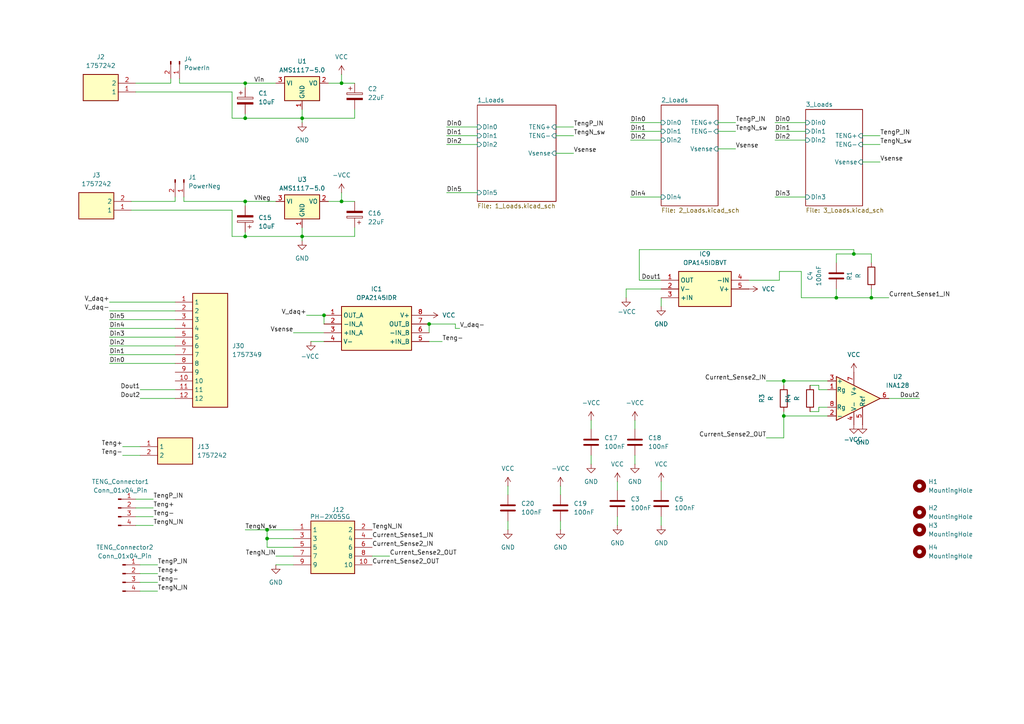
<source format=kicad_sch>
(kicad_sch (version 20231120) (generator "eeschema") (generator_version "8.0")
  (paper "A4")
  (lib_symbols
    (symbol "Amplifier_Instrumentation:INA128" (pin_names (offset 0.127))
      (property "Reference" "U" (at 3.81 3.175 0))
      (property "Value" "INA128" (at 3.81 -3.175 0))
      (symbol "INA128_0_1"
        (polyline (pts (xy 7.62 0) (xy -5.08 6.35) (xy -5.08 -6.35) (xy 7.62 0)) (stroke (width 0.254)) (fill (type background)))
      )
      (symbol "INA128_1_1"
        (pin passive line (at -7.62 2.54 0) (length 2.54) (name "Rg") (number "1"))
        (pin input line (at -7.62 -5.08 0) (length 2.54) (name "-") (number "2"))
        (pin input line (at -7.62 5.08 0) (length 2.54) (name "+") (number "3"))
        (pin power_in line (at 0 -7.62 90) (length 3.81) (name "V-") (number "4"))
        (pin input line (at 2.54 -7.62 90) (length 5.08) (name "Ref") (number "5"))
        (pin output line (at 10.16 0 180) (length 2.54) (name "~") (number "6"))
        (pin power_in line (at 0 7.62 270) (length 3.81) (name "V+") (number "7"))
        (pin passive line (at -7.62 -2.54 0) (length 2.54) (name "Rg") (number "8"))
      )
    )
    (symbol "Connector:Conn_01x02_Pin" (pin_names (offset 1.016) hide)
      (property "Reference" "J" (at 0 2.54 0))
      (property "Value" "Conn_01x02_Pin" (at 0 -5.08 0))
      (symbol "Conn_01x02_Pin_1_1"
        (polyline (pts (xy 1.27 -2.54) (xy 0.8636 -2.54)) (stroke (width 0.1524)))
        (polyline (pts (xy 1.27 0) (xy 0.8636 0)) (stroke (width 0.1524)))
        (rectangle (start 0.8636 -2.413) (end 0 -2.667) (stroke (width 0.1524)) (fill (type outline)))
        (rectangle (start 0.8636 0.127) (end 0 -0.127) (stroke (width 0.1524)) (fill (type outline)))
        (pin passive line (at 5.08 0 180) (length 3.81) (name "Pin_1") (number "1"))
        (pin passive line (at 5.08 -2.54 180) (length 3.81) (name "Pin_2") (number "2"))
      )
    )
    (symbol "Connector:Conn_01x04_Pin" (pin_names (offset 1.016) hide)
      (property "Reference" "J" (at 0 5.08 0))
      (property "Value" "Conn_01x04_Pin" (at 0 -7.62 0))
      (symbol "Conn_01x04_Pin_1_1"
        (polyline (pts (xy 1.27 -5.08) (xy 0.8636 -5.08)) (stroke (width 0.1524)))
        (polyline (pts (xy 1.27 -2.54) (xy 0.8636 -2.54)) (stroke (width 0.1524)))
        (polyline (pts (xy 1.27 0) (xy 0.8636 0)) (stroke (width 0.1524)))
        (polyline (pts (xy 1.27 2.54) (xy 0.8636 2.54)) (stroke (width 0.1524)))
        (rectangle (start 0.8636 -4.953) (end 0 -5.207) (stroke (width 0.1524)) (fill (type outline)))
        (rectangle (start 0.8636 -2.413) (end 0 -2.667) (stroke (width 0.1524)) (fill (type outline)))
        (rectangle (start 0.8636 0.127) (end 0 -0.127) (stroke (width 0.1524)) (fill (type outline)))
        (rectangle (start 0.8636 2.667) (end 0 2.413) (stroke (width 0.1524)) (fill (type outline)))
        (pin passive line (at 5.08 2.54 180) (length 3.81) (name "Pin_1") (number "1"))
        (pin passive line (at 5.08 0 180) (length 3.81) (name "Pin_2") (number "2"))
        (pin passive line (at 5.08 -2.54 180) (length 3.81) (name "Pin_3") (number "3"))
        (pin passive line (at 5.08 -5.08 180) (length 3.81) (name "Pin_4") (number "4"))
      )
    )
    (symbol "Device:C" (pin_numbers hide) (pin_names (offset 0.254))
      (property "Reference" "C" (at 0.635 2.54 0))
      (property "Value" "C" (at 0.635 -2.54 0))
      (symbol "C_0_1"
        (polyline (pts (xy -2.032 -0.762) (xy 2.032 -0.762)) (stroke (width 0.508)))
        (polyline (pts (xy -2.032 0.762) (xy 2.032 0.762)) (stroke (width 0.508)))
      )
      (symbol "C_1_1"
        (pin passive line (at 0 3.81 270) (length 2.794) (name "~") (number "1"))
        (pin passive line (at 0 -3.81 90) (length 2.794) (name "~") (number "2"))
      )
    )
    (symbol "Device:C_Polarized" (pin_numbers hide) (pin_names (offset 0.254))
      (property "Reference" "C" (at 0.635 2.54 0))
      (property "Value" "C_Polarized" (at 0.635 -2.54 0))
      (symbol "C_Polarized_0_1"
        (rectangle (start -2.286 0.508) (end 2.286 1.016))
        (polyline (pts (xy -1.778 2.286) (xy -0.762 2.286)))
        (polyline (pts (xy -1.27 2.794) (xy -1.27 1.778)))
        (rectangle (start 2.286 -0.508) (end -2.286 -1.016) (fill (type outline)))
      )
      (symbol "C_Polarized_1_1"
        (pin passive line (at 0 3.81 270) (length 2.794) (name "~") (number "1"))
        (pin passive line (at 0 -3.81 90) (length 2.794) (name "~") (number "2"))
      )
    )
    (symbol "Device:R" (pin_numbers hide) (pin_names (offset 0))
      (property "Reference" "R" (at 2.032 0 90))
      (property "Value" "R" (at 0 0 90))
      (symbol "R_0_1"
        (rectangle (start -1.016 -2.54) (end 1.016 2.54) (stroke (width 0.254)))
      )
      (symbol "R_1_1"
        (pin passive line (at 0 3.81 270) (length 1.27) (name "~") (number "1"))
        (pin passive line (at 0 -3.81 90) (length 1.27) (name "~") (number "2"))
      )
    )
    (symbol "Mechanical:MountingHole" (pin_names (offset 1.016)) (exclude_from_sim yes) (in_bom no)
      (property "Reference" "H" (at 0 5.08 0))
      (property "Value" "MountingHole" (at 0 3.175 0))
      (symbol "MountingHole_0_1"
        (circle (center 0 0) (radius 1.27) (stroke (width 1.27)))
      )
    )
    (symbol "Regulator_Linear:AMS1117-5.0"
      (property "Reference" "U" (at -3.81 3.175 0))
      (property "Value" "AMS1117-5.0" (at 0 3.175 0))
      (symbol "AMS1117-5.0_0_1"
        (rectangle (start -5.08 -5.08) (end 5.08 1.905) (stroke (width 0.254)) (fill (type background)))
      )
      (symbol "AMS1117-5.0_1_1"
        (pin power_in line (at 0 -7.62 90) (length 2.54) (name "GND") (number "1"))
        (pin power_out line (at 7.62 0 180) (length 2.54) (name "VO") (number "2"))
        (pin power_in line (at -7.62 0 0) (length 2.54) (name "VI") (number "3"))
      )
    )
    (symbol "SamacSys_Parts:1757242"
      (property "Reference" "J" (at 16.51 7.62 0))
      (property "Value" "1757242" (at 16.51 5.08 0))
      (symbol "1757242_1_1"
        (rectangle (start 5.08 2.54) (end 15.24 -5.08) (stroke (width 0.254)) (fill (type background)))
        (pin passive line (at 0 0 0) (length 5.08) (name "1") (number "1"))
        (pin passive line (at 0 -2.54 0) (length 5.08) (name "2") (number "2"))
      )
    )
    (symbol "SamacSys_Parts:1757349"
      (property "Reference" "J" (at 16.51 7.62 0))
      (property "Value" "1757349" (at 16.51 5.08 0))
      (symbol "1757349_1_1"
        (rectangle (start 5.08 2.54) (end 15.24 -30.48) (stroke (width 0.254)) (fill (type background)))
        (pin passive line (at 0 0 0) (length 5.08) (name "1") (number "1"))
        (pin passive line (at 0 -22.86 0) (length 5.08) (name "10") (number "10"))
        (pin passive line (at 0 -25.4 0) (length 5.08) (name "11") (number "11"))
        (pin passive line (at 0 -27.94 0) (length 5.08) (name "12") (number "12"))
        (pin passive line (at 0 -2.54 0) (length 5.08) (name "2") (number "2"))
        (pin passive line (at 0 -5.08 0) (length 5.08) (name "3") (number "3"))
        (pin passive line (at 0 -7.62 0) (length 5.08) (name "4") (number "4"))
        (pin passive line (at 0 -10.16 0) (length 5.08) (name "5") (number "5"))
        (pin passive line (at 0 -12.7 0) (length 5.08) (name "6") (number "6"))
        (pin passive line (at 0 -15.24 0) (length 5.08) (name "7") (number "7"))
        (pin passive line (at 0 -17.78 0) (length 5.08) (name "8") (number "8"))
        (pin passive line (at 0 -20.32 0) (length 5.08) (name "9") (number "9"))
      )
    )
    (symbol "SamacSys_Parts:OPA145IDBVT"
      (property "Reference" "IC" (at 21.59 7.62 0))
      (property "Value" "OPA145IDBVT" (at 21.59 5.08 0))
      (symbol "OPA145IDBVT_1_1"
        (rectangle (start 5.08 2.54) (end 20.32 -7.62) (stroke (width 0.254)) (fill (type background)))
        (pin passive line (at 0 0 0) (length 5.08) (name "OUT") (number "1"))
        (pin passive line (at 0 -2.54 0) (length 5.08) (name "V-") (number "2"))
        (pin passive line (at 0 -5.08 0) (length 5.08) (name "+IN") (number "3"))
        (pin passive line (at 25.4 0 180) (length 5.08) (name "-IN") (number "4"))
        (pin passive line (at 25.4 -2.54 180) (length 5.08) (name "V+") (number "5"))
      )
    )
    (symbol "SamacSys_Parts:OPA2145IDR"
      (property "Reference" "IC" (at 26.67 7.62 0))
      (property "Value" "OPA2145IDR" (at 26.67 5.08 0))
      (symbol "OPA2145IDR_1_1"
        (rectangle (start 5.08 2.54) (end 25.4 -10.16) (stroke (width 0.254)) (fill (type background)))
        (pin passive line (at 0 0 0) (length 5.08) (name "OUT_A") (number "1"))
        (pin passive line (at 0 -2.54 0) (length 5.08) (name "-IN_A") (number "2"))
        (pin passive line (at 0 -5.08 0) (length 5.08) (name "+IN_A") (number "3"))
        (pin passive line (at 0 -7.62 0) (length 5.08) (name "V-") (number "4"))
        (pin passive line (at 30.48 -7.62 180) (length 5.08) (name "+IN_B") (number "5"))
        (pin passive line (at 30.48 -5.08 180) (length 5.08) (name "-IN_B") (number "6"))
        (pin passive line (at 30.48 -2.54 180) (length 5.08) (name "OUT_B") (number "7"))
        (pin passive line (at 30.48 0 180) (length 5.08) (name "V+") (number "8"))
      )
    )
    (symbol "SamacSys_Parts:PH-2X05SG"
      (property "Reference" "J" (at 19.05 7.62 0))
      (property "Value" "PH-2X05SG" (at 19.05 5.08 0))
      (symbol "PH-2X05SG_1_1"
        (rectangle (start 5.08 2.54) (end 17.78 -12.7) (stroke (width 0.254)) (fill (type background)))
        (pin passive line (at 0 0 0) (length 5.08) (name "1") (number "1"))
        (pin passive line (at 22.86 -10.16 180) (length 5.08) (name "10") (number "10"))
        (pin passive line (at 22.86 0 180) (length 5.08) (name "2") (number "2"))
        (pin passive line (at 0 -2.54 0) (length 5.08) (name "3") (number "3"))
        (pin passive line (at 22.86 -2.54 180) (length 5.08) (name "4") (number "4"))
        (pin passive line (at 0 -5.08 0) (length 5.08) (name "5") (number "5"))
        (pin passive line (at 22.86 -5.08 180) (length 5.08) (name "6") (number "6"))
        (pin passive line (at 0 -7.62 0) (length 5.08) (name "7") (number "7"))
        (pin passive line (at 22.86 -7.62 180) (length 5.08) (name "8") (number "8"))
        (pin passive line (at 0 -10.16 0) (length 5.08) (name "9") (number "9"))
      )
    )
    (symbol "power:GND" (power) (pin_numbers hide) (pin_names (offset 0) hide)
      (property "Value" "GND" (at 0 -3.81 0))
      (symbol "GND_0_1"
        (polyline (pts (xy 0 0) (xy 0 -1.27) (xy 1.27 -1.27) (xy 0 -2.54) (xy -1.27 -1.27) (xy 0 -1.27)))
      )
      (symbol "GND_1_1"
        (pin power_in line (at 0 0 270) (length 0) (name "~") (number "1"))
      )
    )
    (symbol "power:VCC" (power) (pin_numbers hide) (pin_names (offset 0) hide)
      (property "Value" "VCC" (at 0 3.556 0))
      (symbol "VCC_0_1"
        (polyline (pts (xy -0.762 1.27) (xy 0 2.54)))
        (polyline (pts (xy 0 0) (xy 0 2.54)))
        (polyline (pts (xy 0 2.54) (xy 0.762 1.27)))
      )
      (symbol "VCC_1_1"
        (pin power_in line (at 0 0 90) (length 0) (name "~") (number "1"))
      )
    )
  )
  (junction (at 227.33 120.65))
  (junction (at 242.57 86.36))
  (junction (at 227.33 110.49))
  (junction (at 247.65 73.66))
  (junction (at 124.46 93.98))
  (junction (at 252.73 86.36))
  (junction (at 71.12 68.58))
  (junction (at 99.06 58.42))
  (junction (at 87.63 68.58))
  (junction (at 71.12 58.42))
  (junction (at 99.06 24.13))
  (junction (at 77.47 153.67))
  (junction (at 71.12 24.13))
  (junction (at 71.12 34.29))
  (junction (at 77.47 156.21))
  (junction (at 87.63 34.29))
  (junction (at 93.98 91.44))
  (wire (pts (xy 71.12 67.31) (xy 71.12 68.58)))
  (wire (pts (xy 53.34 57.15) (xy 53.34 58.42)))
  (wire (pts (xy 67.31 34.29) (xy 71.12 34.29)))
  (wire (pts (xy 35.56 129.54) (xy 40.64 129.54)))
  (wire (pts (xy 71.12 58.42) (xy 71.12 59.69)))
  (wire (pts (xy 242.57 86.36) (xy 232.41 86.36)))
  (wire (pts (xy 87.63 35.56) (xy 87.63 34.29)))
  (wire (pts (xy 35.56 132.08) (xy 40.64 132.08)))
  (wire (pts (xy 257.81 115.57) (xy 266.7 115.57)))
  (wire (pts (xy 222.25 127) (xy 227.33 127)))
  (wire (pts (xy 240.03 110.49) (xy 227.33 110.49)))
  (wire (pts (xy 93.98 91.44) (xy 93.98 93.98)))
  (wire (pts (xy 102.87 58.42) (xy 99.06 58.42)))
  (wire (pts (xy 39.37 24.13) (xy 49.53 24.13)))
  (wire (pts (xy 242.57 73.66) (xy 242.57 76.2)))
  (wire (pts (xy 179.07 139.7) (xy 179.07 142.24)))
  (wire (pts (xy 255.27 41.91) (xy 250.19 41.91)))
  (wire (pts (xy 50.8 115.57) (xy 40.64 115.57)))
  (wire (pts (xy 77.47 156.21) (xy 77.47 158.75)))
  (wire (pts (xy 234.95 119.38) (xy 237.49 119.38)))
  (wire (pts (xy 44.45 149.86) (xy 39.37 149.86)))
  (wire (pts (xy 31.75 90.17) (xy 50.8 90.17)))
  (wire (pts (xy 242.57 86.36) (xy 242.57 83.82)))
  (wire (pts (xy 182.88 57.15) (xy 191.77 57.15)))
  (wire (pts (xy 213.36 43.18) (xy 208.28 43.18)))
  (wire (pts (xy 191.77 86.36) (xy 191.77 88.9)))
  (wire (pts (xy 232.41 86.36) (xy 232.41 78.74)))
  (wire (pts (xy 181.61 83.82) (xy 191.77 83.82)))
  (wire (pts (xy 44.45 147.32) (xy 39.37 147.32)))
  (wire (pts (xy 162.56 153.67) (xy 162.56 151.13)))
  (wire (pts (xy 99.06 58.42) (xy 95.25 58.42)))
  (wire (pts (xy 38.1 58.42) (xy 50.8 58.42)))
  (wire (pts (xy 252.73 86.36) (xy 242.57 86.36)))
  (wire (pts (xy 191.77 152.4) (xy 191.77 149.86)))
  (wire (pts (xy 88.9 91.44) (xy 93.98 91.44)))
  (wire (pts (xy 45.72 171.45) (xy 40.64 171.45)))
  (wire (pts (xy 132.08 95.25) (xy 133.35 95.25)))
  (wire (pts (xy 227.33 120.65) (xy 240.03 120.65)))
  (wire (pts (xy 52.07 24.13) (xy 52.07 22.86)))
  (wire (pts (xy 129.54 36.83) (xy 138.43 36.83)))
  (wire (pts (xy 102.87 66.04) (xy 102.87 68.58)))
  (wire (pts (xy 53.34 58.42) (xy 71.12 58.42)))
  (wire (pts (xy 179.07 152.4) (xy 179.07 149.86)))
  (wire (pts (xy 87.63 69.85) (xy 87.63 68.58)))
  (wire (pts (xy 166.37 39.37) (xy 161.29 39.37)))
  (wire (pts (xy 162.56 140.97) (xy 162.56 143.51)))
  (wire (pts (xy 191.77 139.7) (xy 191.77 142.24)))
  (wire (pts (xy 50.8 92.71) (xy 31.75 92.71)))
  (wire (pts (xy 102.87 31.75) (xy 102.87 34.29)))
  (wire (pts (xy 71.12 34.29) (xy 87.63 34.29)))
  (wire (pts (xy 77.47 153.67) (xy 85.09 153.67)))
  (wire (pts (xy 99.06 58.42) (xy 99.06 55.88)))
  (wire (pts (xy 232.41 78.74) (xy 226.06 78.74)))
  (wire (pts (xy 77.47 153.67) (xy 77.47 156.21)))
  (wire (pts (xy 237.49 113.03) (xy 237.49 111.76)))
  (wire (pts (xy 45.72 168.91) (xy 40.64 168.91)))
  (wire (pts (xy 213.36 38.1) (xy 208.28 38.1)))
  (wire (pts (xy 87.63 34.29) (xy 87.63 31.75)))
  (wire (pts (xy 217.17 81.28) (xy 226.06 81.28)))
  (wire (pts (xy 222.25 110.49) (xy 227.33 110.49)))
  (wire (pts (xy 171.45 121.92) (xy 171.45 124.46)))
  (wire (pts (xy 132.08 93.98) (xy 124.46 93.98)))
  (wire (pts (xy 87.63 34.29) (xy 102.87 34.29)))
  (wire (pts (xy 77.47 156.21) (xy 85.09 156.21)))
  (wire (pts (xy 71.12 58.42) (xy 80.01 58.42)))
  (wire (pts (xy 147.32 153.67) (xy 147.32 151.13)))
  (wire (pts (xy 182.88 35.56) (xy 191.77 35.56)))
  (wire (pts (xy 87.63 68.58) (xy 87.63 66.04)))
  (wire (pts (xy 87.63 68.58) (xy 102.87 68.58)))
  (wire (pts (xy 171.45 134.62) (xy 171.45 132.08)))
  (wire (pts (xy 237.49 118.11) (xy 237.49 119.38)))
  (wire (pts (xy 44.45 152.4) (xy 39.37 152.4)))
  (wire (pts (xy 38.1 60.96) (xy 67.31 60.96)))
  (wire (pts (xy 182.88 40.64) (xy 191.77 40.64)))
  (wire (pts (xy 181.61 83.82) (xy 181.61 86.36)))
  (wire (pts (xy 240.03 113.03) (xy 237.49 113.03)))
  (wire (pts (xy 252.73 73.66) (xy 252.73 76.2)))
  (wire (pts (xy 224.79 35.56) (xy 233.68 35.56)))
  (wire (pts (xy 50.8 113.03) (xy 40.64 113.03)))
  (wire (pts (xy 52.07 24.13) (xy 71.12 24.13)))
  (wire (pts (xy 77.47 153.67) (xy 71.12 153.67)))
  (wire (pts (xy 50.8 105.41) (xy 31.75 105.41)))
  (wire (pts (xy 71.12 24.13) (xy 71.12 25.4)))
  (wire (pts (xy 102.87 24.13) (xy 99.06 24.13)))
  (wire (pts (xy 31.75 87.63) (xy 50.8 87.63)))
  (wire (pts (xy 184.15 121.92) (xy 184.15 124.46)))
  (wire (pts (xy 185.42 81.28) (xy 191.77 81.28)))
  (wire (pts (xy 240.03 118.11) (xy 237.49 118.11)))
  (wire (pts (xy 99.06 24.13) (xy 99.06 21.59)))
  (wire (pts (xy 182.88 38.1) (xy 191.77 38.1)))
  (wire (pts (xy 50.8 102.87) (xy 31.75 102.87)))
  (wire (pts (xy 132.08 95.25) (xy 132.08 93.98)))
  (wire (pts (xy 237.49 111.76) (xy 234.95 111.76)))
  (wire (pts (xy 50.8 58.42) (xy 50.8 57.15)))
  (wire (pts (xy 71.12 68.58) (xy 87.63 68.58)))
  (wire (pts (xy 257.81 86.36) (xy 252.73 86.36)))
  (wire (pts (xy 129.54 39.37) (xy 138.43 39.37)))
  (wire (pts (xy 166.37 44.45) (xy 161.29 44.45)))
  (wire (pts (xy 67.31 26.67) (xy 67.31 34.29)))
  (wire (pts (xy 67.31 68.58) (xy 71.12 68.58)))
  (wire (pts (xy 45.72 163.83) (xy 40.64 163.83)))
  (wire (pts (xy 226.06 81.28) (xy 226.06 78.74)))
  (wire (pts (xy 224.79 57.15) (xy 233.68 57.15)))
  (wire (pts (xy 49.53 24.13) (xy 49.53 22.86)))
  (wire (pts (xy 227.33 127) (xy 227.33 120.65)))
  (wire (pts (xy 50.8 100.33) (xy 31.75 100.33)))
  (wire (pts (xy 252.73 83.82) (xy 252.73 86.36)))
  (wire (pts (xy 227.33 119.38) (xy 227.33 120.65)))
  (wire (pts (xy 93.98 96.52) (xy 85.09 96.52)))
  (wire (pts (xy 77.47 158.75) (xy 85.09 158.75)))
  (wire (pts (xy 124.46 99.06) (xy 128.27 99.06)))
  (wire (pts (xy 39.37 26.67) (xy 67.31 26.67)))
  (wire (pts (xy 80.01 161.29) (xy 85.09 161.29)))
  (wire (pts (xy 224.79 40.64) (xy 233.68 40.64)))
  (wire (pts (xy 184.15 134.62) (xy 184.15 132.08)))
  (wire (pts (xy 50.8 95.25) (xy 31.75 95.25)))
  (wire (pts (xy 166.37 36.83) (xy 161.29 36.83)))
  (wire (pts (xy 147.32 140.97) (xy 147.32 143.51)))
  (wire (pts (xy 255.27 46.99) (xy 250.19 46.99)))
  (wire (pts (xy 45.72 166.37) (xy 40.64 166.37)))
  (wire (pts (xy 50.8 97.79) (xy 31.75 97.79)))
  (wire (pts (xy 247.65 73.66) (xy 242.57 73.66)))
  (wire (pts (xy 185.42 72.39) (xy 247.65 72.39)))
  (wire (pts (xy 71.12 33.02) (xy 71.12 34.29)))
  (wire (pts (xy 247.65 73.66) (xy 247.65 72.39)))
  (wire (pts (xy 71.12 24.13) (xy 80.01 24.13)))
  (wire (pts (xy 185.42 72.39) (xy 185.42 81.28)))
  (wire (pts (xy 213.36 35.56) (xy 208.28 35.56)))
  (wire (pts (xy 227.33 110.49) (xy 227.33 111.76)))
  (wire (pts (xy 44.45 144.78) (xy 39.37 144.78)))
  (wire (pts (xy 129.54 55.88) (xy 138.43 55.88)))
  (wire (pts (xy 252.73 73.66) (xy 247.65 73.66)))
  (wire (pts (xy 99.06 24.13) (xy 95.25 24.13)))
  (wire (pts (xy 224.79 38.1) (xy 233.68 38.1)))
  (wire (pts (xy 255.27 39.37) (xy 250.19 39.37)))
  (wire (pts (xy 67.31 60.96) (xy 67.31 68.58)))
  (wire (pts (xy 90.17 99.06) (xy 93.98 99.06)))
  (wire (pts (xy 80.01 163.83) (xy 85.09 163.83)))
  (wire (pts (xy 113.03 161.29) (xy 107.95 161.29)))
  (wire (pts (xy 124.46 93.98) (xy 124.46 96.52)))
  (wire (pts (xy 129.54 41.91) (xy 138.43 41.91)))
  (label "Vin" (at 73.66 24.13 0))
  (label "Din4" (at 182.88 57.15 0))
  (label "TengP_IN" (at 45.72 163.83 0))
  (label "Din5" (at 31.75 92.71 0))
  (label "Dout1" (at 191.77 81.28 180))
  (label "Din1" (at 224.79 38.1 0))
  (label "Din3" (at 31.75 97.79 0))
  (label "TengP_IN" (at 213.36 35.56 0))
  (label "Teng+" (at 44.45 147.32 0))
  (label "Dout2" (at 40.64 115.57 180))
  (label "TengN_IN" (at 44.45 152.4 0))
  (label "V_daq-" (at 133.35 95.25 0))
  (label "Current_Sense2_OUT" (at 107.95 163.83 0))
  (label "Din0" (at 182.88 35.56 0))
  (label "Teng-" (at 35.56 132.08 180))
  (label "Din0" (at 31.75 105.41 0))
  (label "VNeg" (at 73.66 58.42 0))
  (label "Din2" (at 31.75 100.33 0))
  (label "TengP_IN" (at 44.45 144.78 0))
  (label "Din1" (at 129.54 39.37 0))
  (label "Din2" (at 129.54 41.91 0))
  (label "Din0" (at 224.79 35.56 0))
  (label "Current_Sense2_OUT" (at 113.03 161.29 0))
  (label "Teng-" (at 45.72 168.91 0))
  (label "TengN_IN" (at 107.95 153.67 0))
  (label "V_daq+" (at 88.9 91.44 180))
  (label "Teng+" (at 35.56 129.54 180))
  (label "Current_Sense1_IN" (at 257.81 86.36 0))
  (label "Din0" (at 129.54 36.83 0))
  (label "V_daq-" (at 31.75 90.17 180))
  (label "TengP_IN" (at 255.27 39.37 0))
  (label "Dout1" (at 40.64 113.03 180))
  (label "TengN_IN" (at 45.72 171.45 0))
  (label "Teng-" (at 44.45 149.86 0))
  (label "Current_Sense2_OUT" (at 222.25 127 180))
  (label "TengN_sw" (at 166.37 39.37 0))
  (label "Vsense" (at 255.27 46.99 0))
  (label "Dout2" (at 266.7 115.57 180))
  (label "Teng+" (at 45.72 166.37 0))
  (label "TengN_sw" (at 71.12 153.67 0))
  (label "Din3" (at 224.79 57.15 0))
  (label "Vsense" (at 213.36 43.18 0))
  (label "Vsense" (at 85.09 96.52 180))
  (label "Current_Sense1_IN" (at 107.95 156.21 0))
  (label "Din1" (at 182.88 38.1 0))
  (label "TengN_sw" (at 213.36 38.1 0))
  (label "Din4" (at 31.75 95.25 0))
  (label "TengN_IN" (at 80.01 161.29 180))
  (label "TengP_IN" (at 166.37 36.83 0))
  (label "Vsense" (at 166.37 44.45 0))
  (label "Teng-" (at 128.27 99.06 0))
  (label "Current_Sense2_IN" (at 107.95 158.75 0))
  (label "Din1" (at 31.75 102.87 0))
  (label "Din5" (at 129.54 55.88 0))
  (label "Current_Sense2_IN" (at 222.25 110.49 180))
  (label "V_daq+" (at 31.75 87.63 180))
  (label "Din2" (at 224.79 40.64 0))
  (label "TengN_sw" (at 255.27 41.91 0))
  (label "Din2" (at 182.88 40.64 0))
  (symbol (lib_id "SamacSys_Parts:PH-2X05SG") (at 85.09 153.67 0) (unit 1)
    (property "Reference" "J12" (at 98.044 147.828 0))
    (property "Value" "PH-2X05SG" (at 95.758 149.86 0))
    (property "Footprint" "SamacSys_Parts:HDRV10W66P254_2X5_1270X500X895P" (effects (hide yes)))
    (property "Datasheet" "https://akizukidenshi.com/download/ds/useconn/PH-2xXXSG-AD.pdf" (effects (hide yes)))
    (property "Description" "2.54x2.54mm pin header strip, straight, dual row" (effects (hide yes)))
    (property "Height" "8.95" (effects (hide yes)))
    (property "Manufacturer_Name" "Useconn Electronics" (effects (hide yes)))
    (property "Manufacturer_Part_Number" "PH-2X05SG" (effects (hide yes)))
  )
  (symbol (lib_id "SamacSys_Parts:1757349") (at 50.8 87.63 0) (unit 1)
    (property "Reference" "J30" (at 67.31 100.3299 0) (effects (justify left)))
    (property "Value" "1757349" (at 67.31 102.8699 0) (effects (justify left)))
    (property "Footprint" "SamacSys_Parts:SHDRRA12W103P0X508_1X12_6296X1200X875P" (effects (hide yes)))
    (property "Datasheet" "http://www.phoenixcontact.net/product/1757349" (effects (hide yes)))
    (property "Description" "12 way horizontal closed header,5.08mm Phoenix Contact MSTBA Series, 5.08mm Pitch 12 Way 1 Row Right Angle PCB Header, Solder Termination, 12A" (effects (hide yes)))
    (property "Height" "8.75" (effects (hide yes)))
    (property "Manufacturer_Name" "Phoenix Contact" (effects (hide yes)))
    (property "Manufacturer_Part_Number" "1757349" (effects (hide yes)))
    (property "Mouser Part Number" "651-1757349" (effects (hide yes)))
    (property "Mouser Price/Stock" "https://www.mouser.co.uk/ProductDetail/Phoenix-Contact/1757349?qs=o3rrLWFGhRkVtW5tRfjuig%3D%3D" (effects (hide yes)))
    (property "Arrow Part Number" "1757349" (effects (hide yes)))
    (property "Arrow Price/Stock" "https://www.arrow.com/en/products/1757349/phoenix-contact?region=nac" (effects (hide yes)))
  )
  (symbol (lib_id "Mechanical:MountingHole") (at 266.7 160.02 0) (unit 1) (exclude_from_sim yes) (in_bom no)
    (property "Reference" "H4" (at 269.24 158.7499 0) (effects (justify left)))
    (property "Value" "MountingHole" (at 269.24 161.2899 0) (effects (justify left)))
    (property "Footprint" "MountingHole:MountingHole_5.3mm_M5" (effects (hide yes)))
    (property "Description" "Mounting Hole without connection" (effects (hide yes)))
  )
  (symbol (lib_id "Device:C") (at 162.56 147.32 0) (unit 1)
    (property "Reference" "C19" (at 166.37 146.0499 0) (effects (justify left)))
    (property "Value" "100nF" (at 166.37 148.5899 0) (effects (justify left)))
    (property "Footprint" "Capacitor_SMD:C_0805_2012Metric" (effects (hide yes)))
    (property "Description" "Unpolarized capacitor" (effects (hide yes)))
  )
  (symbol (lib_id "Device:C_Polarized") (at 71.12 63.5 180) (unit 1)
    (property "Reference" "C15" (at 74.93 63.1189 0) (effects (justify right)))
    (property "Value" "10uF" (at 74.93 65.6589 0) (effects (justify right)))
    (property "Footprint" "Capacitor_THT:CP_Radial_D8.0mm_P3.80mm" (effects (hide yes)))
    (property "Description" "Polarized capacitor" (effects (hide yes)))
  )
  (symbol (lib_id "power:VCC") (at 99.06 21.59 0) (unit 1)
    (property "Reference" "#PWR036" (effects (hide yes)))
    (property "Value" "VCC" (at 99.06 16.51 0))
    (property "Description" "Power symbol creates a global label with name \"VCC\"" (effects (hide yes)))
  )
  (symbol (lib_id "Mechanical:MountingHole") (at 266.7 148.59 0) (unit 1) (exclude_from_sim yes) (in_bom no)
    (property "Reference" "H2" (at 269.24 147.3199 0) (effects (justify left)))
    (property "Value" "MountingHole" (at 269.24 149.8599 0) (effects (justify left)))
    (property "Footprint" "MountingHole:MountingHole_5.3mm_M5" (effects (hide yes)))
    (property "Description" "Mounting Hole without connection" (effects (hide yes)))
  )
  (symbol (lib_id "Device:C") (at 171.45 128.27 0) (unit 1)
    (property "Reference" "C17" (at 175.26 126.9999 0) (effects (justify left)))
    (property "Value" "100nF" (at 175.26 129.5399 0) (effects (justify left)))
    (property "Footprint" "Capacitor_SMD:C_0805_2012Metric" (effects (hide yes)))
    (property "Description" "Unpolarized capacitor" (effects (hide yes)))
  )
  (symbol (lib_id "power:VCC") (at 162.56 140.97 0) (unit 1)
    (property "Reference" "#PWR0102" (effects (hide yes)))
    (property "Value" "-VCC" (at 162.56 135.89 0))
    (property "Description" "Power symbol creates a global label with name \"VCC\"" (effects (hide yes)))
  )
  (symbol (lib_id "power:VCC") (at 184.15 121.92 0) (unit 1)
    (property "Reference" "#PWR084" (effects (hide yes)))
    (property "Value" "-VCC" (at 184.15 116.84 0))
    (property "Description" "Power symbol creates a global label with name \"VCC\"" (effects (hide yes)))
  )
  (symbol (lib_id "Device:C_Polarized") (at 102.87 62.23 180) (unit 1)
    (property "Reference" "C16" (at 106.68 61.8489 0) (effects (justify right)))
    (property "Value" "22uF" (at 106.68 64.3889 0) (effects (justify right)))
    (property "Footprint" "Capacitor_THT:CP_Radial_D8.0mm_P3.80mm" (effects (hide yes)))
    (property "Description" "Polarized capacitor" (effects (hide yes)))
  )
  (symbol (lib_id "power:GND") (at 191.77 152.4 0) (unit 1)
    (property "Reference" "#PWR078" (effects (hide yes)))
    (property "Value" "GND" (at 191.77 157.48 0))
    (property "Description" "Power symbol creates a global label with name \"GND\" , ground" (effects (hide yes)))
  )
  (symbol (lib_id "power:VCC") (at 124.46 91.44 270) (unit 1)
    (property "Reference" "#PWR083" (effects (hide yes)))
    (property "Value" "VCC" (at 128.27 91.4399 90) (effects (justify left)))
    (property "Description" "Power symbol creates a global label with name \"VCC\"" (effects (hide yes)))
  )
  (symbol (lib_id "power:GND") (at 191.77 88.9 0) (unit 1)
    (property "Reference" "#PWR037" (effects (hide yes)))
    (property "Value" "GND" (at 191.77 93.98 0))
    (property "Description" "Power symbol creates a global label with name \"GND\" , ground" (effects (hide yes)))
  )
  (symbol (lib_id "SamacSys_Parts:OPA145IDBVT") (at 191.77 81.28 0) (unit 1)
    (property "Reference" "IC9" (at 204.47 73.66 0))
    (property "Value" "OPA145IDBVT" (at 204.47 76.2 0))
    (property "Footprint" "SamacSys_Parts:SOT95P280X145-5N" (effects (hide yes)))
    (property "Datasheet" "https://www.ti.com/lit/gpn/OPA145" (effects (hide yes)))
    (property "Description" "Op Amp Single Low Noise Amplifier R-R O/P +/-18V/36V 5-Pin SOT-23 T/R" (effects (hide yes)))
    (property "Height" "1.45" (effects (hide yes)))
    (property "Manufacturer_Name" "Texas Instruments" (effects (hide yes)))
    (property "Manufacturer_Part_Number" "OPA145IDBVT" (effects (hide yes)))
    (property "Mouser Part Number" "595-OPA145IDBVT" (effects (hide yes)))
    (property "Mouser Price/Stock" "https://www.mouser.co.uk/ProductDetail/Texas-Instruments/OPA145IDBVT?qs=w%2Fv1CP2dgqoYEgtccAiQSA%3D%3D" (effects (hide yes)))
    (property "Arrow Part Number" "OPA145IDBVT" (effects (hide yes)))
    (property "Arrow Price/Stock" "https://www.arrow.com/en/products/opa145idbvt/texas-instruments?region=nac" (effects (hide yes)))
  )
  (symbol (lib_id "power:VCC") (at 217.17 83.82 270) (unit 1)
    (property "Reference" "#PWR073" (effects (hide yes)))
    (property "Value" "VCC" (at 220.98 83.8199 90) (effects (justify left)))
    (property "Description" "Power symbol creates a global label with name \"VCC\"" (effects (hide yes)))
  )
  (symbol (lib_id "power:VCC") (at 171.45 121.92 0) (unit 1)
    (property "Reference" "#PWR034" (effects (hide yes)))
    (property "Value" "-VCC" (at 171.45 116.84 0))
    (property "Description" "Power symbol creates a global label with name \"VCC\"" (effects (hide yes)))
  )
  (symbol (lib_id "Device:C") (at 191.77 146.05 0) (unit 1)
    (property "Reference" "C5" (at 195.58 144.7799 0) (effects (justify left)))
    (property "Value" "100nF" (at 195.58 147.3199 0) (effects (justify left)))
    (property "Footprint" "Capacitor_SMD:C_0805_2012Metric" (effects (hide yes)))
    (property "Description" "Unpolarized capacitor" (effects (hide yes)))
  )
  (symbol (lib_id "Connector:Conn_01x04_Pin") (at 35.56 166.37 0) (unit 1)
    (property "Reference" "TENG_Connector2" (at 36.195 158.75 0))
    (property "Value" "Conn_01x04_Pin" (at 36.195 161.29 0))
    (property "Footprint" "Connector_PinHeader_2.54mm:PinHeader_1x04_P2.54mm_Vertical" (effects (hide yes)))
    (property "Description" "Generic connector, single row, 01x04, script generated" (effects (hide yes)))
  )
  (symbol (lib_id "Device:R") (at 227.33 115.57 0) (mirror y) (unit 1)
    (property "Reference" "R3" (at 220.98 115.57 90))
    (property "Value" "R" (at 223.52 115.57 90))
    (property "Footprint" "Resistor_SMD:R_0805_2012Metric" (effects (hide yes)))
    (property "Description" "Resistor" (effects (hide yes)))
  )
  (symbol (lib_id "Device:C_Polarized") (at 102.87 27.94 0) (unit 1)
    (property "Reference" "C2" (at 106.68 25.7809 0) (effects (justify left)))
    (property "Value" "22uF" (at 106.68 28.3209 0) (effects (justify left)))
    (property "Footprint" "Capacitor_THT:CP_Radial_D8.0mm_P3.80mm" (effects (hide yes)))
    (property "Description" "Polarized capacitor" (effects (hide yes)))
  )
  (symbol (lib_id "power:VCC") (at 191.77 139.7 0) (unit 1)
    (property "Reference" "#PWR077" (effects (hide yes)))
    (property "Value" "VCC" (at 191.77 134.62 0))
    (property "Description" "Power symbol creates a global label with name \"VCC\"" (effects (hide yes)))
  )
  (symbol (lib_id "Regulator_Linear:AMS1117-5.0") (at 87.63 24.13 0) (unit 1)
    (property "Reference" "U1" (at 87.63 17.78 0))
    (property "Value" "AMS1117-5.0" (at 87.63 20.32 0))
    (property "Footprint" "Package_TO_SOT_SMD:SOT-223-3_TabPin2" (effects (hide yes)))
    (property "Datasheet" "http://www.advanced-monolithic.com/pdf/ds1117.pdf" (effects (hide yes)))
    (property "Description" "1A Low Dropout regulator, positive, 5.0V fixed output, SOT-223" (effects (hide yes)))
  )
  (symbol (lib_id "power:GND") (at 184.15 134.62 0) (unit 1)
    (property "Reference" "#PWR088" (effects (hide yes)))
    (property "Value" "GND" (at 184.15 139.7 0))
    (property "Description" "Power symbol creates a global label with name \"GND\" , ground" (effects (hide yes)))
  )
  (symbol (lib_id "Device:C") (at 179.07 146.05 0) (unit 1)
    (property "Reference" "C3" (at 182.88 144.7799 0) (effects (justify left)))
    (property "Value" "100nF" (at 182.88 147.3199 0) (effects (justify left)))
    (property "Footprint" "Capacitor_SMD:C_0805_2012Metric" (effects (hide yes)))
    (property "Description" "Unpolarized capacitor" (effects (hide yes)))
  )
  (symbol (lib_id "Device:C") (at 184.15 128.27 0) (unit 1)
    (property "Reference" "C18" (at 187.96 126.9999 0) (effects (justify left)))
    (property "Value" "100nF" (at 187.96 129.5399 0) (effects (justify left)))
    (property "Footprint" "Capacitor_SMD:C_0805_2012Metric" (effects (hide yes)))
    (property "Description" "Unpolarized capacitor" (effects (hide yes)))
  )
  (symbol (lib_id "Mechanical:MountingHole") (at 266.7 153.67 0) (unit 1) (exclude_from_sim yes) (in_bom no)
    (property "Reference" "H3" (at 269.24 152.3999 0) (effects (justify left)))
    (property "Value" "MountingHole" (at 269.24 154.9399 0) (effects (justify left)))
    (property "Footprint" "MountingHole:MountingHole_5.3mm_M5" (effects (hide yes)))
    (property "Description" "Mounting Hole without connection" (effects (hide yes)))
  )
  (symbol (lib_id "Device:C") (at 147.32 147.32 0) (unit 1)
    (property "Reference" "C20" (at 151.13 146.0499 0) (effects (justify left)))
    (property "Value" "100nF" (at 151.13 148.5899 0) (effects (justify left)))
    (property "Footprint" "Capacitor_SMD:C_0805_2012Metric" (effects (hide yes)))
    (property "Description" "Unpolarized capacitor" (effects (hide yes)))
  )
  (symbol (lib_id "power:GND") (at 247.65 123.19 0) (unit 1)
    (property "Reference" "#PWR074" (effects (hide yes)))
    (property "Value" "-VCC" (at 247.396 127.508 0))
    (property "Description" "Power symbol creates a global label with name \"GND\" , ground" (effects (hide yes)))
  )
  (symbol (lib_id "power:GND") (at 87.63 69.85 0) (unit 1)
    (property "Reference" "#PWR0100" (effects (hide yes)))
    (property "Value" "GND" (at 87.63 74.93 0))
    (property "Description" "Power symbol creates a global label with name \"GND\" , ground" (effects (hide yes)))
  )
  (symbol (lib_id "power:GND") (at 147.32 153.67 0) (unit 1)
    (property "Reference" "#PWR0105" (effects (hide yes)))
    (property "Value" "GND" (at 147.32 158.75 0))
    (property "Description" "Power symbol creates a global label with name \"GND\" , ground" (effects (hide yes)))
  )
  (symbol (lib_id "SamacSys_Parts:1757242") (at 40.64 129.54 0) (unit 1)
    (property "Reference" "J13" (at 57.15 129.5399 0) (effects (justify left)))
    (property "Value" "1757242" (at 57.15 132.0799 0) (effects (justify left)))
    (property "Footprint" "SamacSys_Parts:1757242" (effects (hide yes)))
    (property "Datasheet" "http://www.phoenixcontact.com/de/produkte/1757242/pdf" (effects (hide yes)))
    (property "Description" "PCB header, nominal cross section: 2.5 mm?, color: green, nominal current: 12 A, rated voltage (III/2): 320 V, contact surface: Tin, type of contact: Male connector, Number of potentials: 2, Number of rows: 1, Number of positions per row: 2, number of connections: 2, product range: MSTBA 2,5/..-G, pitch: 5.08 mm, mounting: Wave soldering, pin layout: Linear pinning, solder pin [P]: 3.5 mm, Stecksystem: CLASSIC COMBICON, Locking: without, type of packaging: packed in cardboard" (effects (hide yes)))
    (property "Height" "8.72" (effects (hide yes)))
    (property "Manufacturer_Name" "Phoenix Contact" (effects (hide yes)))
    (property "Manufacturer_Part_Number" "1757242" (effects (hide yes)))
    (property "Mouser Part Number" "651-1757242" (effects (hide yes)))
    (property "Mouser Price/Stock" "https://www.mouser.co.uk/ProductDetail/Phoenix-Contact/1757242?qs=uD%2FdkN7XIa3Ejiz9qDxlzw%3D%3D" (effects (hide yes)))
    (property "Arrow Part Number" "1757242" (effects (hide yes)))
    (property "Arrow Price/Stock" "https://www.arrow.com/en/products/1757242/phoenix-contact?region=nac" (effects (hide yes)))
  )
  (symbol (lib_id "power:VCC") (at 147.32 140.97 0) (unit 1)
    (property "Reference" "#PWR0104" (effects (hide yes)))
    (property "Value" "VCC" (at 147.32 135.89 0))
    (property "Description" "Power symbol creates a global label with name \"VCC\"" (effects (hide yes)))
  )
  (symbol (lib_id "power:GND") (at 181.61 86.36 0) (unit 1)
    (property "Reference" "#PWR076" (effects (hide yes)))
    (property "Value" "-VCC" (at 179.07 90.424 0) (effects (justify left)))
    (property "Description" "Power symbol creates a global label with name \"GND\" , ground" (effects (hide yes)))
  )
  (symbol (lib_id "power:GND") (at 171.45 134.62 0) (unit 1)
    (property "Reference" "#PWR043" (effects (hide yes)))
    (property "Value" "GND" (at 171.45 139.7 0))
    (property "Description" "Power symbol creates a global label with name \"GND\" , ground" (effects (hide yes)))
  )
  (symbol (lib_id "power:GND") (at 162.56 153.67 0) (unit 1)
    (property "Reference" "#PWR0103" (effects (hide yes)))
    (property "Value" "GND" (at 162.56 158.75 0))
    (property "Description" "Power symbol creates a global label with name \"GND\" , ground" (effects (hide yes)))
  )
  (symbol (lib_id "power:VCC") (at 179.07 139.7 0) (unit 1)
    (property "Reference" "#PWR039" (effects (hide yes)))
    (property "Value" "VCC" (at 179.07 134.62 0))
    (property "Description" "Power symbol creates a global label with name \"VCC\"" (effects (hide yes)))
  )
  (symbol (lib_id "Amplifier_Instrumentation:INA128") (at 247.65 115.57 0) (unit 1)
    (property "Reference" "U2" (at 260.35 109.2514 0))
    (property "Value" "INA128" (at 260.35 111.7914 0))
    (property "Footprint" "Package_SO:SOIC-8_3.9x4.9mm_P1.27mm" (effects (hide yes)))
    (property "Datasheet" "http://www.ti.com/lit/ds/symlink/ina128.pdf" (effects (hide yes)))
    (property "Description" "Precision, Low Power Instrumentation Amplifier G = 1 + 50kOhm/Rg, DIP-8/SOIC-8" (effects (hide yes)))
  )
  (symbol (lib_id "Device:C") (at 242.57 80.01 0) (mirror x) (unit 1)
    (property "Reference" "C4" (at 234.95 80.01 90))
    (property "Value" "100nF" (at 237.49 80.01 90))
    (property "Footprint" "Capacitor_SMD:C_0805_2012Metric" (effects (hide yes)))
    (property "Description" "Unpolarized capacitor" (effects (hide yes)))
  )
  (symbol (lib_id "power:GND") (at 179.07 152.4 0) (unit 1)
    (property "Reference" "#PWR038" (effects (hide yes)))
    (property "Value" "GND" (at 179.07 157.48 0))
    (property "Description" "Power symbol creates a global label with name \"GND\" , ground" (effects (hide yes)))
  )
  (symbol (lib_id "Regulator_Linear:AMS1117-5.0") (at 87.63 58.42 0) (unit 1)
    (property "Reference" "U3" (at 87.63 52.07 0))
    (property "Value" "AMS1117-5.0" (at 87.63 54.61 0))
    (property "Footprint" "Package_TO_SOT_SMD:SOT-223-3_TabPin2" (effects (hide yes)))
    (property "Datasheet" "http://www.advanced-monolithic.com/pdf/ds1117.pdf" (effects (hide yes)))
    (property "Description" "1A Low Dropout regulator, positive, 5.0V fixed output, SOT-223" (effects (hide yes)))
  )
  (symbol (lib_id "Mechanical:MountingHole") (at 266.7 140.97 0) (unit 1) (exclude_from_sim yes) (in_bom no)
    (property "Reference" "H1" (at 269.24 139.6999 0) (effects (justify left)))
    (property "Value" "MountingHole" (at 269.24 142.2399 0) (effects (justify left)))
    (property "Footprint" "MountingHole:MountingHole_5.3mm_M5" (effects (hide yes)))
    (property "Description" "Mounting Hole without connection" (effects (hide yes)))
  )
  (symbol (lib_id "power:GND") (at 80.01 163.83 0) (unit 1)
    (property "Reference" "#PWR040" (effects (hide yes)))
    (property "Value" "GND" (at 80.01 168.91 0))
    (property "Description" "Power symbol creates a global label with name \"GND\" , ground" (effects (hide yes)))
  )
  (symbol (lib_id "power:VCC") (at 247.65 107.95 0) (unit 1)
    (property "Reference" "#PWR075" (effects (hide yes)))
    (property "Value" "VCC" (at 247.65 102.87 0))
    (property "Description" "Power symbol creates a global label with name \"VCC\"" (effects (hide yes)))
  )
  (symbol (lib_id "Connector:Conn_01x02_Pin") (at 53.34 52.07 270) (unit 1)
    (property "Reference" "J1" (at 54.61 51.4349 90) (effects (justify left)))
    (property "Value" "PowerNeg" (at 54.61 53.9749 90) (effects (justify left)))
    (property "Footprint" "Connector_PinHeader_2.54mm:PinHeader_1x02_P2.54mm_Vertical" (effects (hide yes)))
    (property "Description" "Generic connector, single row, 01x02, script generated" (effects (hide yes)))
  )
  (symbol (lib_id "power:GND") (at 250.19 123.19 0) (unit 1)
    (property "Reference" "#PWR081" (effects (hide yes)))
    (property "Value" "GND" (at 250.19 128.27 0))
    (property "Description" "Power symbol creates a global label with name \"GND\" , ground" (effects (hide yes)))
  )
  (symbol (lib_id "Connector:Conn_01x02_Pin") (at 52.07 17.78 270) (unit 1)
    (property "Reference" "J4" (at 53.34 17.1449 90) (effects (justify left)))
    (property "Value" "PowerIn" (at 53.34 19.6849 90) (effects (justify left)))
    (property "Footprint" "Connector_PinHeader_2.54mm:PinHeader_1x02_P2.54mm_Vertical" (effects (hide yes)))
    (property "Description" "Generic connector, single row, 01x02, script generated" (effects (hide yes)))
  )
  (symbol (lib_id "Device:R") (at 234.95 115.57 0) (mirror y) (unit 1)
    (property "Reference" "R4" (at 228.6 115.57 90))
    (property "Value" "R" (at 231.14 115.57 90))
    (property "Footprint" "Resistor_SMD:R_0805_2012Metric" (effects (hide yes)))
    (property "Description" "Resistor" (effects (hide yes)))
  )
  (symbol (lib_id "Device:C_Polarized") (at 71.12 29.21 0) (unit 1)
    (property "Reference" "C1" (at 74.93 27.0509 0) (effects (justify left)))
    (property "Value" "10uF" (at 74.93 29.5909 0) (effects (justify left)))
    (property "Footprint" "Capacitor_THT:CP_Radial_D8.0mm_P3.80mm" (effects (hide yes)))
    (property "Description" "Polarized capacitor" (effects (hide yes)))
  )
  (symbol (lib_id "Device:R") (at 252.73 80.01 0) (mirror y) (unit 1)
    (property "Reference" "R1" (at 246.38 80.01 90))
    (property "Value" "R" (at 248.92 80.01 90))
    (property "Footprint" "Resistor_SMD:R_0805_2012Metric" (effects (hide yes)))
    (property "Description" "Resistor" (effects (hide yes)))
  )
  (symbol (lib_id "power:GND") (at 87.63 35.56 0) (unit 1)
    (property "Reference" "#PWR035" (effects (hide yes)))
    (property "Value" "GND" (at 87.63 40.64 0))
    (property "Description" "Power symbol creates a global label with name \"GND\" , ground" (effects (hide yes)))
  )
  (symbol (lib_id "SamacSys_Parts:OPA2145IDR") (at 93.98 91.44 0) (unit 1)
    (property "Reference" "IC1" (at 109.22 83.82 0))
    (property "Value" "OPA2145IDR" (at 109.22 86.36 0))
    (property "Footprint" "SamacSys_Parts:SOIC127P600X175-8N" (effects (hide yes)))
    (property "Datasheet" "https://www.ti.com/lit/ds/symlink/opa2145.pdf" (effects (hide yes)))
    (property "Description" "Operational Amplifiers - Op Amps Dual, 5.5-MHz, high slew rate, low-noise, low-power, RRO precision JFET operational amplifier" (effects (hide yes)))
    (property "Height" "1.75" (effects (hide yes)))
    (property "Manufacturer_Name" "Texas Instruments" (effects (hide yes)))
    (property "Manufacturer_Part_Number" "OPA2145IDR" (effects (hide yes)))
    (property "Mouser Part Number" "595-OPA2145IDR" (effects (hide yes)))
    (property "Mouser Price/Stock" "https://www.mouser.co.uk/ProductDetail/Texas-Instruments/OPA2145IDR?qs=81r%252BiQLm7BRP%252BDEAgCtsCQ%3D%3D" (effects (hide yes)))
    (property "Arrow Part Number" "OPA2145IDR" (effects (hide yes)))
    (property "Arrow Price/Stock" "null?region=nac" (effects (hide yes)))
  )
  (symbol (lib_id "SamacSys_Parts:1757242") (at 38.1 60.96 180) (unit 1)
    (property "Reference" "J3" (at 27.94 50.8 0))
    (property "Value" "1757242" (at 27.94 53.34 0))
    (property "Footprint" "SamacSys_Parts:1757242" (effects (hide yes)))
    (property "Datasheet" "http://www.phoenixcontact.com/de/produkte/1757242/pdf" (effects (hide yes)))
    (property "Description" "PCB header, nominal cross section: 2.5 mm?, color: green, nominal current: 12 A, rated voltage (III/2): 320 V, contact surface: Tin, type of contact: Male connector, Number of potentials: 2, Number of rows: 1, Number of positions per row: 2, number of connections: 2, product range: MSTBA 2,5/..-G, pitch: 5.08 mm, mounting: Wave soldering, pin layout: Linear pinning, solder pin [P]: 3.5 mm, Stecksystem: CLASSIC COMBICON, Locking: without, type of packaging: packed in cardboard" (effects (hide yes)))
    (property "Height" "8.72" (effects (hide yes)))
    (property "Manufacturer_Name" "Phoenix Contact" (effects (hide yes)))
    (property "Manufacturer_Part_Number" "1757242" (effects (hide yes)))
    (property "Mouser Part Number" "651-1757242" (effects (hide yes)))
    (property "Mouser Price/Stock" "https://www.mouser.co.uk/ProductDetail/Phoenix-Contact/1757242?qs=uD%2FdkN7XIa3Ejiz9qDxlzw%3D%3D" (effects (hide yes)))
    (property "Arrow Part Number" "1757242" (effects (hide yes)))
    (property "Arrow Price/Stock" "https://www.arrow.com/en/products/1757242/phoenix-contact?region=nac" (effects (hide yes)))
  )
  (symbol (lib_id "power:GND") (at 90.17 99.06 0) (unit 1)
    (property "Reference" "#PWR082" (effects (hide yes)))
    (property "Value" "-VCC" (at 89.916 103.378 0))
    (property "Description" "Power symbol creates a global label with name \"GND\" , ground" (effects (hide yes)))
  )
  (symbol (lib_id "Connector:Conn_01x04_Pin") (at 34.29 147.32 0) (unit 1)
    (property "Reference" "TENG_Connector1" (at 34.925 139.7 0))
    (property "Value" "Conn_01x04_Pin" (at 34.925 142.24 0))
    (property "Footprint" "Connector_PinHeader_2.54mm:PinHeader_1x04_P2.54mm_Vertical" (effects (hide yes)))
    (property "Description" "Generic connector, single row, 01x04, script generated" (effects (hide yes)))
  )
  (symbol (lib_id "SamacSys_Parts:1757242") (at 39.37 26.67 180) (unit 1)
    (property "Reference" "J2" (at 29.21 16.51 0))
    (property "Value" "1757242" (at 29.21 19.05 0))
    (property "Footprint" "SamacSys_Parts:1757242" (effects (hide yes)))
    (property "Datasheet" "http://www.phoenixcontact.com/de/produkte/1757242/pdf" (effects (hide yes)))
    (property "Description" "PCB header, nominal cross section: 2.5 mm?, color: green, nominal current: 12 A, rated voltage (III/2): 320 V, contact surface: Tin, type of contact: Male connector, Number of potentials: 2, Number of rows: 1, Number of positions per row: 2, number of connections: 2, product range: MSTBA 2,5/..-G, pitch: 5.08 mm, mounting: Wave soldering, pin layout: Linear pinning, solder pin [P]: 3.5 mm, Stecksystem: CLASSIC COMBICON, Locking: without, type of packaging: packed in cardboard" (effects (hide yes)))
    (property "Height" "8.72" (effects (hide yes)))
    (property "Manufacturer_Name" "Phoenix Contact" (effects (hide yes)))
    (property "Manufacturer_Part_Number" "1757242" (effects (hide yes)))
    (property "Mouser Part Number" "651-1757242" (effects (hide yes)))
    (property "Mouser Price/Stock" "https://www.mouser.co.uk/ProductDetail/Phoenix-Contact/1757242?qs=uD%2FdkN7XIa3Ejiz9qDxlzw%3D%3D" (effects (hide yes)))
    (property "Arrow Part Number" "1757242" (effects (hide yes)))
    (property "Arrow Price/Stock" "https://www.arrow.com/en/products/1757242/phoenix-contact?region=nac" (effects (hide yes)))
  )
  (symbol (lib_id "power:VCC") (at 99.06 55.88 0) (unit 1)
    (property "Reference" "#PWR0101" (effects (hide yes)))
    (property "Value" "-VCC" (at 99.06 50.8 0))
    (property "Description" "Power symbol creates a global label with name \"VCC\"" (effects (hide yes)))
  )
  (sheet (at 233.68 31.75) (size 16.51 27.94) (stroke (width 0.1524))
    (property "Sheetname" "3_Loads" (at 233.68 31.0384 0) (effects (justify left bottom)))
    (property "Sheetfile" "3_Loads.kicad_sch" (at 233.68 60.2746 0) (effects (justify left top)))
    (pin "Din1" input (at 233.68 38.1 180))
    (pin "Din0" input (at 233.68 35.56 180))
    (pin "Din3" input (at 233.68 57.15 180))
    (pin "Din2" input (at 233.68 40.64 180))
    (pin "Vsense" input (at 250.19 46.99 0))
    (pin "TENG+" input (at 250.19 39.37 0))
    (pin "TENG-" input (at 250.19 41.91 0))
  )
  (sheet (at 138.43 30.48) (size 22.86 27.94) (stroke (width 0.1524))
    (property "Sheetname" "1_Loads" (at 138.43 29.7684 0) (effects (justify left bottom)))
    (property "Sheetfile" "1_Loads.kicad_sch" (at 138.43 59.0046 0) (effects (justify left top)))
    (pin "Din0" input (at 138.43 36.83 180))
    (pin "Din1" input (at 138.43 39.37 180))
    (pin "Din2" input (at 138.43 41.91 180))
    (pin "Din5" input (at 138.43 55.88 180))
    (pin "Vsense" input (at 161.29 44.45 0))
    (pin "TENG-" input (at 161.29 39.37 0))
    (pin "TENG+" input (at 161.29 36.83 0))
  )
  (sheet (at 191.77 30.48) (size 16.51 29.21) (stroke (width 0.1524))
    (property "Sheetname" "2_Loads" (at 191.77 29.7684 0) (effects (justify left bottom)))
    (property "Sheetfile" "2_Loads.kicad_sch" (at 191.77 60.2746 0) (effects (justify left top)))
    (pin "Din1" input (at 191.77 38.1 180))
    (pin "Din0" input (at 191.77 35.56 180))
    (pin "Din2" input (at 191.77 40.64 180))
    (pin "Din4" input (at 191.77 57.15 180))
    (pin "Vsense" input (at 208.28 43.18 0))
    (pin "TENG-" input (at 208.28 38.1 0))
    (pin "TENG+" input (at 208.28 35.56 0))
  )
)
</source>
